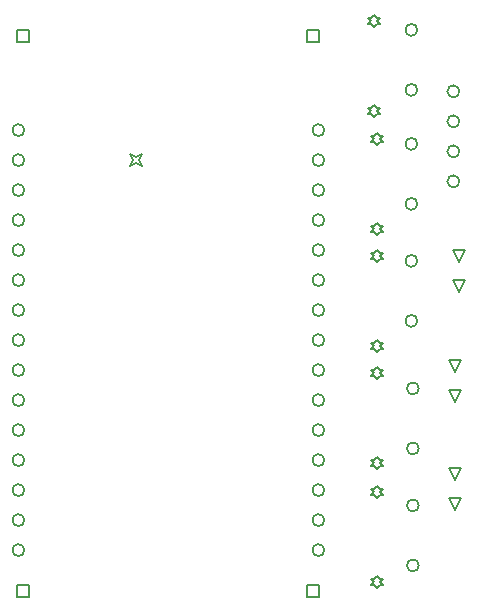
<source format=gbr>
G04*
G04 #@! TF.GenerationSoftware,Altium Limited,Altium Designer,22.4.2 (48)*
G04*
G04 Layer_Color=2752767*
%FSLAX25Y25*%
%MOIN*%
G70*
G04*
G04 #@! TF.SameCoordinates,AC32F47B-EC56-4475-8078-1485B9E55ABE*
G04*
G04*
G04 #@! TF.FilePolarity,Positive*
G04*
G01*
G75*
%ADD11C,0.00500*%
%ADD37C,0.00667*%
D11*
X399154Y306421D02*
Y310421D01*
X403154D01*
Y306421D01*
X399154D01*
X495650D02*
Y310421D01*
X499650D01*
Y306421D01*
X495650D01*
Y121579D02*
Y125579D01*
X499650D01*
Y121579D01*
X495650D01*
X399154D02*
Y125579D01*
X403154D01*
Y121579D01*
X399154D01*
X545000Y160500D02*
X543000Y164500D01*
X547000D01*
X545000Y160500D01*
Y150500D02*
X543000Y154500D01*
X547000D01*
X545000Y150500D01*
Y196500D02*
X543000Y200500D01*
X547000D01*
X545000Y196500D01*
Y186500D02*
X543000Y190500D01*
X547000D01*
X545000Y186500D01*
X546500Y233000D02*
X544500Y237000D01*
X548500D01*
X546500Y233000D01*
Y223000D02*
X544500Y227000D01*
X548500D01*
X546500Y223000D01*
X519000Y154500D02*
X520000Y155500D01*
X521000D01*
X520000Y156500D01*
X521000Y157500D01*
X520000D01*
X519000Y158500D01*
X518000Y157500D01*
X517000D01*
X518000Y156500D01*
X517000Y155500D01*
X518000D01*
X519000Y154500D01*
Y124500D02*
X520000Y125500D01*
X521000D01*
X520000Y126500D01*
X521000Y127500D01*
X520000D01*
X519000Y128500D01*
X518000Y127500D01*
X517000D01*
X518000Y126500D01*
X517000Y125500D01*
X518000D01*
X519000Y124500D01*
Y194000D02*
X520000Y195000D01*
X521000D01*
X520000Y196000D01*
X521000Y197000D01*
X520000D01*
X519000Y198000D01*
X518000Y197000D01*
X517000D01*
X518000Y196000D01*
X517000Y195000D01*
X518000D01*
X519000Y194000D01*
Y164000D02*
X520000Y165000D01*
X521000D01*
X520000Y166000D01*
X521000Y167000D01*
X520000D01*
X519000Y168000D01*
X518000Y167000D01*
X517000D01*
X518000Y166000D01*
X517000Y165000D01*
X518000D01*
X519000Y164000D01*
Y233000D02*
X520000Y234000D01*
X521000D01*
X520000Y235000D01*
X521000Y236000D01*
X520000D01*
X519000Y237000D01*
X518000Y236000D01*
X517000D01*
X518000Y235000D01*
X517000Y234000D01*
X518000D01*
X519000Y233000D01*
Y203000D02*
X520000Y204000D01*
X521000D01*
X520000Y205000D01*
X521000Y206000D01*
X520000D01*
X519000Y207000D01*
X518000Y206000D01*
X517000D01*
X518000Y205000D01*
X517000Y204000D01*
X518000D01*
X519000Y203000D01*
Y272000D02*
X520000Y273000D01*
X521000D01*
X520000Y274000D01*
X521000Y275000D01*
X520000D01*
X519000Y276000D01*
X518000Y275000D01*
X517000D01*
X518000Y274000D01*
X517000Y273000D01*
X518000D01*
X519000Y272000D01*
Y242000D02*
X520000Y243000D01*
X521000D01*
X520000Y244000D01*
X521000Y245000D01*
X520000D01*
X519000Y246000D01*
X518000Y245000D01*
X517000D01*
X518000Y244000D01*
X517000Y243000D01*
X518000D01*
X519000Y242000D01*
X518000Y311500D02*
X519000Y312500D01*
X520000D01*
X519000Y313500D01*
X520000Y314500D01*
X519000D01*
X518000Y315500D01*
X517000Y314500D01*
X516000D01*
X517000Y313500D01*
X516000Y312500D01*
X517000D01*
X518000Y311500D01*
Y281500D02*
X519000Y282500D01*
X520000D01*
X519000Y283500D01*
X520000Y284500D01*
X519000D01*
X518000Y285500D01*
X517000Y284500D01*
X516000D01*
X517000Y283500D01*
X516000Y282500D01*
X517000D01*
X518000Y281500D01*
X436583Y265083D02*
X437583Y267083D01*
X436583Y269083D01*
X438583Y268083D01*
X440583Y269083D01*
X439583Y267083D01*
X440583Y265083D01*
X438583Y266083D01*
X436583Y265083D01*
D37*
X501500Y137083D02*
G03*
X501500Y137083I-2000J0D01*
G01*
Y147083D02*
G03*
X501500Y147083I-2000J0D01*
G01*
Y157083D02*
G03*
X501500Y157083I-2000J0D01*
G01*
Y167083D02*
G03*
X501500Y167083I-2000J0D01*
G01*
Y177083D02*
G03*
X501500Y177083I-2000J0D01*
G01*
Y187083D02*
G03*
X501500Y187083I-2000J0D01*
G01*
Y197083D02*
G03*
X501500Y197083I-2000J0D01*
G01*
Y207083D02*
G03*
X501500Y207083I-2000J0D01*
G01*
Y217083D02*
G03*
X501500Y217083I-2000J0D01*
G01*
Y227083D02*
G03*
X501500Y227083I-2000J0D01*
G01*
Y237083D02*
G03*
X501500Y237083I-2000J0D01*
G01*
Y247083D02*
G03*
X501500Y247083I-2000J0D01*
G01*
Y257083D02*
G03*
X501500Y257083I-2000J0D01*
G01*
Y267083D02*
G03*
X501500Y267083I-2000J0D01*
G01*
Y277083D02*
G03*
X501500Y277083I-2000J0D01*
G01*
X401500Y137083D02*
G03*
X401500Y137083I-2000J0D01*
G01*
Y147083D02*
G03*
X401500Y147083I-2000J0D01*
G01*
Y157083D02*
G03*
X401500Y157083I-2000J0D01*
G01*
Y167083D02*
G03*
X401500Y167083I-2000J0D01*
G01*
Y177083D02*
G03*
X401500Y177083I-2000J0D01*
G01*
Y187083D02*
G03*
X401500Y187083I-2000J0D01*
G01*
Y197083D02*
G03*
X401500Y197083I-2000J0D01*
G01*
Y207083D02*
G03*
X401500Y207083I-2000J0D01*
G01*
Y217083D02*
G03*
X401500Y217083I-2000J0D01*
G01*
Y227083D02*
G03*
X401500Y227083I-2000J0D01*
G01*
Y237083D02*
G03*
X401500Y237083I-2000J0D01*
G01*
Y247083D02*
G03*
X401500Y247083I-2000J0D01*
G01*
Y257083D02*
G03*
X401500Y257083I-2000J0D01*
G01*
Y267083D02*
G03*
X401500Y267083I-2000J0D01*
G01*
Y277083D02*
G03*
X401500Y277083I-2000J0D01*
G01*
X533000Y152000D02*
G03*
X533000Y152000I-2000J0D01*
G01*
Y132000D02*
G03*
X533000Y132000I-2000J0D01*
G01*
Y191000D02*
G03*
X533000Y191000I-2000J0D01*
G01*
Y171000D02*
G03*
X533000Y171000I-2000J0D01*
G01*
X532500Y233500D02*
G03*
X532500Y233500I-2000J0D01*
G01*
Y213500D02*
G03*
X532500Y213500I-2000J0D01*
G01*
Y272500D02*
G03*
X532500Y272500I-2000J0D01*
G01*
Y252500D02*
G03*
X532500Y252500I-2000J0D01*
G01*
Y310500D02*
G03*
X532500Y310500I-2000J0D01*
G01*
Y290500D02*
G03*
X532500Y290500I-2000J0D01*
G01*
X546500Y260000D02*
G03*
X546500Y260000I-2000J0D01*
G01*
Y270000D02*
G03*
X546500Y270000I-2000J0D01*
G01*
Y280000D02*
G03*
X546500Y280000I-2000J0D01*
G01*
Y290000D02*
G03*
X546500Y290000I-2000J0D01*
G01*
M02*

</source>
